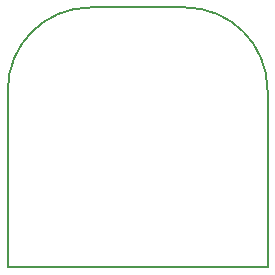
<source format=gbr>
%FSLAX34Y34*%
%MOMM*%
%LNOUTLINE*%
G71*
G01*
%ADD10C,0.200*%
%LPD*%
G54D10*
G75*
G01X70000Y0D02*
G03X0Y-70000I0J-70000D01*
G01*
G54D10*
G75*
G01X219951Y-70000D02*
G03X149951Y0I-70000J0D01*
G01*
G54D10*
X70000Y0D02*
X150000Y0D01*
G54D10*
X0Y-70000D02*
X0Y-220000D01*
X220000Y-220000D01*
X220000Y-70000D01*
M02*

</source>
